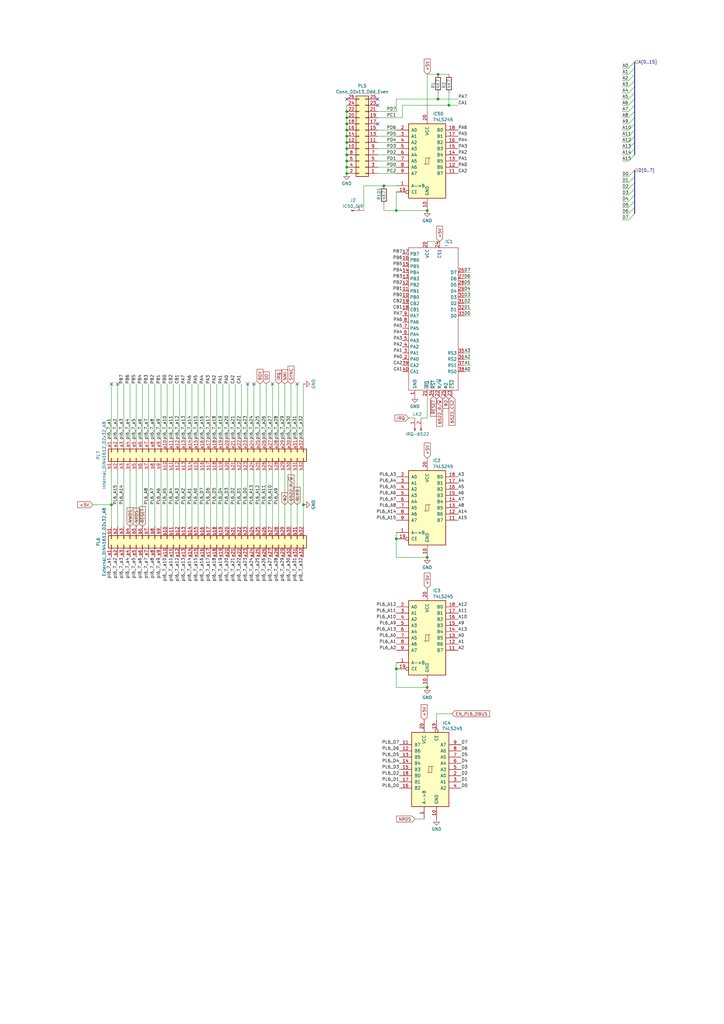
<source format=kicad_sch>
(kicad_sch (version 20231120) (generator "eeschema") (generator_version "8.0")
  (paper "A3" portrait)
  (lib_symbols
    (symbol "74LS245_1" (pin_names (offset 1.016))
      (property "Reference" "U" (at -7.62 16.51 0))
      (property "Value" "74LS245" (at -7.62 -16.51 0))
      (symbol "74LS245_1_1_0"
        (pin input line (at -12.7 -10.16 0) (length 5.08) (name "A->B") (number "1"))
        (pin power_in line (at 0 -20.32 90) (length 5.08) (name "GND") (number "10"))
        (pin tri_state line (at 12.7 -5.08 180) (length 5.08) (name "B7") (number "11"))
        (pin tri_state line (at 12.7 -2.54 180) (length 5.08) (name "B6") (number "12"))
        (pin tri_state line (at 12.7 0 180) (length 5.08) (name "B5") (number "13"))
        (pin tri_state line (at 12.7 2.54 180) (length 5.08) (name "B4") (number "14"))
        (pin tri_state line (at 12.7 5.08 180) (length 5.08) (name "B3") (number "15"))
        (pin tri_state line (at 12.7 7.62 180) (length 5.08) (name "B2") (number "16"))
        (pin tri_state line (at 12.7 10.16 180) (length 5.08) (name "B1") (number "17"))
        (pin tri_state line (at 12.7 12.7 180) (length 5.08) (name "B0") (number "18"))
        (pin input inverted (at -12.7 -12.7 0) (length 5.08) (name "CE") (number "19"))
        (pin tri_state line (at -12.7 12.7 0) (length 5.08) (name "A0") (number "2"))
        (pin power_in line (at 0 20.32 270) (length 5.08) (name "VCC") (number "20"))
        (pin tri_state line (at -12.7 10.16 0) (length 5.08) (name "A1") (number "3"))
        (pin tri_state line (at -12.7 7.62 0) (length 5.08) (name "A2") (number "4"))
        (pin tri_state line (at -12.7 5.08 0) (length 5.08) (name "A3") (number "5"))
        (pin tri_state line (at -12.7 2.54 0) (length 5.08) (name "A4") (number "6"))
        (pin tri_state line (at -12.7 0 0) (length 5.08) (name "A5") (number "7"))
        (pin tri_state line (at -12.7 -2.54 0) (length 5.08) (name "A6") (number "8"))
        (pin tri_state line (at -12.7 -5.08 0) (length 5.08) (name "A7") (number "9"))
      )
    )
    (symbol "74xx:74LS245" (pin_names (offset 1.016))
      (property "Reference" "I?" (at 5.08 19.05 0))
      (property "Value" "74LS245" (at 5.08 13.97 0))
      (symbol "74LS245_1_0"
        (pin input line (at -2.54 -20.32 90) (length 5.08) (name "A->B") (number "1"))
        (pin power_in line (at 2.54 -20.32 90) (length 5.08) (name "GND") (number "10"))
        (pin tri_state line (at -12.7 10.16 0) (length 5.08) (name "B7") (number "11"))
        (pin tri_state line (at -12.7 7.62 0) (length 5.08) (name "B6") (number "12"))
        (pin tri_state line (at -12.7 5.08 0) (length 5.08) (name "B5") (number "13"))
        (pin tri_state line (at -12.7 2.54 0) (length 5.08) (name "B4") (number "14"))
        (pin tri_state line (at -12.7 0 0) (length 5.08) (name "B3") (number "15"))
        (pin tri_state line (at -12.7 -7.62 0) (length 5.08) (name "B2") (number "16"))
        (pin tri_state line (at -12.7 -5.08 0) (length 5.08) (name "B1") (number "17"))
        (pin tri_state line (at -12.7 -2.54 0) (length 5.08) (name "B0") (number "18"))
        (pin input inverted (at 2.54 20.32 270) (length 5.08) (name "CE") (number "19"))
        (pin tri_state line (at 12.7 -2.54 180) (length 5.08) (name "A0") (number "2"))
        (pin power_in line (at -2.54 20.32 270) (length 5.08) (name "VCC") (number "20"))
        (pin tri_state line (at 12.7 -5.08 180) (length 5.08) (name "A1") (number "3"))
        (pin tri_state line (at 12.7 -7.62 180) (length 5.08) (name "A2") (number "4"))
        (pin tri_state line (at 12.7 0 180) (length 5.08) (name "A3") (number "5"))
        (pin tri_state line (at 12.7 2.54 180) (length 5.08) (name "A4") (number "6"))
        (pin tri_state line (at 12.7 5.08 180) (length 5.08) (name "A5") (number "7"))
        (pin tri_state line (at 12.7 7.62 180) (length 5.08) (name "A6") (number "8"))
        (pin tri_state line (at 12.7 10.16 180) (length 5.08) (name "A7") (number "9"))
      )
    )
    (symbol "Connector:Conn_01x01_Pin" (pin_names (offset 1.016) hide)
      (property "Reference" "J" (at 0 2.54 0))
      (property "Value" "Conn_01x01_Pin" (at 0 -2.54 0))
      (symbol "Conn_01x01_Pin_1_1"
        (pin passive line (at 5.08 0 180) (length 3.81) (name "Pin_1") (number "1"))
      )
    )
    (symbol "Connector:Conn_01x02_Pin" (pin_names (offset 1.016) hide)
      (property "Reference" "J" (at 0 2.54 0))
      (property "Value" "Conn_01x02_Pin" (at 0 -5.08 0))
      (symbol "Conn_01x02_Pin_1_1"
        (pin passive line (at 5.08 0 180) (length 3.81) (name "Pin_1") (number "1"))
        (pin passive line (at 5.08 -2.54 180) (length 3.81) (name "Pin_2") (number "2"))
      )
    )
    (symbol "Connector:DIN41612_02x32_AB" (pin_names (offset 1.016) hide)
      (property "Reference" "J" (at 1.27 40.64 0))
      (property "Value" "DIN41612_02x32_AB" (at 1.27 -43.18 0))
      (symbol "DIN41612_02x32_AB_1_1"
        (pin passive line (at -5.08 38.1 0) (length 3.81) (name "Pin_a1") (number "a1"))
        (pin passive line (at -5.08 15.24 0) (length 3.81) (name "Pin_a10") (number "a10"))
        (pin passive line (at -5.08 12.7 0) (length 3.81) (name "Pin_a11") (number "a11"))
        (pin passive line (at -5.08 10.16 0) (length 3.81) (name "Pin_a12") (number "a12"))
        (pin passive line (at -5.08 7.62 0) (length 3.81) (name "Pin_a13") (number "a13"))
        (pin passive line (at -5.08 5.08 0) (length 3.81) (name "Pin_a14") (number "a14"))
        (pin passive line (at -5.08 2.54 0) (length 3.81) (name "Pin_a15") (number "a15"))
        (pin passive line (at -5.08 0 0) (length 3.81) (name "Pin_a16") (number "a16"))
        (pin passive line (at -5.08 -2.54 0) (length 3.81) (name "Pin_a17") (number "a17"))
        (pin passive line (at -5.08 -5.08 0) (length 3.81) (name "Pin_a18") (number "a18"))
        (pin passive line (at -5.08 -7.62 0) (length 3.81) (name "Pin_a19") (number "a19"))
        (pin passive line (at -5.08 35.56 0) (length 3.81) (name "Pin_a2") (number "a2"))
        (pin passive line (at -5.08 -10.16 0) (length 3.81) (name "Pin_a20") (number "a20"))
        (pin passive line (at -5.08 -12.7 0) (length 3.81) (name "Pin_a21") (number "a21"))
        (pin passive line (at -5.08 -15.24 0) (length 3.81) (name "Pin_a22") (number "a22"))
        (pin passive line (at -5.08 -17.78 0) (length 3.81) (name "Pin_a23") (number "a23"))
        (pin passive line (at -5.08 -20.32 0) (length 3.81) (name "Pin_a24") (number "a24"))
        (pin passive line (at -5.08 -22.86 0) (length 3.81) (name "Pin_a25") (number "a25"))
        (pin passive line (at -5.08 -25.4 0) (length 3.81) (name "Pin_a26") (number "a26"))
        (pin passive line (at -5.08 -27.94 0) (length 3.81) (name "Pin_a27") (number "a27"))
        (pin passive line (at -5.08 -30.48 0) (length 3.81) (name "Pin_a28") (number "a28"))
        (pin passive line (at -5.08 -33.02 0) (length 3.81) (name "Pin_a29") (number "a29"))
        (pin passive line (at -5.08 33.02 0) (length 3.81) (name "Pin_a3") (number "a3"))
        (pin passive line (at -5.08 -35.56 0) (length 3.81) (name "Pin_a30") (number "a30"))
        (pin passive line (at -5.08 -38.1 0) (length 3.81) (name "Pin_a31") (number "a31"))
        (pin passive line (at -5.08 -40.64 0) (length 3.81) (name "Pin_a32") (number "a32"))
        (pin passive line (at -5.08 30.48 0) (length 3.81) (name "Pin_a4") (number "a4"))
        (pin passive line (at -5.08 27.94 0) (length 3.81) (name "Pin_a5") (number "a5"))
        (pin passive line (at -5.08 25.4 0) (length 3.81) (name "Pin_a6") (number "a6"))
        (pin passive line (at -5.08 22.86 0) (length 3.81) (name "Pin_a7") (number "a7"))
        (pin passive line (at -5.08 20.32 0) (length 3.81) (name "Pin_a8") (number "a8"))
        (pin passive line (at -5.08 17.78 0) (length 3.81) (name "Pin_a9") (number "a9"))
        (pin passive line (at 7.62 38.1 180) (length 3.81) (name "Pin_b1") (number "b1"))
        (pin passive line (at 7.62 15.24 180) (length 3.81) (name "Pin_b10") (number "b10"))
        (pin passive line (at 7.62 12.7 180) (length 3.81) (name "Pin_b11") (number "b11"))
        (pin passive line (at 7.62 10.16 180) (length 3.81) (name "Pin_b12") (number "b12"))
        (pin passive line (at 7.62 7.62 180) (length 3.81) (name "Pin_b13") (number "b13"))
        (pin passive line (at 7.62 5.08 180) (length 3.81) (name "Pin_b14") (number "b14"))
        (pin passive line (at 7.62 2.54 180) (length 3.81) (name "Pin_b15") (number "b15"))
        (pin passive line (at 7.62 0 180) (length 3.81) (name "Pin_b16") (number "b16"))
        (pin passive line (at 7.62 -2.54 180) (length 3.81) (name "Pin_b17") (number "b17"))
        (pin passive line (at 7.62 -5.08 180) (length 3.81) (name "Pin_b18") (number "b18"))
        (pin passive line (at 7.62 -7.62 180) (length 3.81) (name "Pin_b19") (number "b19"))
        (pin passive line (at 7.62 35.56 180) (length 3.81) (name "Pin_b2") (number "b2"))
        (pin passive line (at 7.62 -10.16 180) (length 3.81) (name "Pin_b20") (number "b20"))
        (pin passive line (at 7.62 -12.7 180) (length 3.81) (name "Pin_b21") (number "b21"))
        (pin passive line (at 7.62 -15.24 180) (length 3.81) (name "Pin_b22") (number "b22"))
        (pin passive line (at 7.62 -17.78 180) (length 3.81) (name "Pin_b23") (number "b23"))
        (pin passive line (at 7.62 -20.32 180) (length 3.81) (name "Pin_b24") (number "b24"))
        (pin passive line (at 7.62 -22.86 180) (length 3.81) (name "Pin_b25") (number "b25"))
        (pin passive line (at 7.62 -25.4 180) (length 3.81) (name "Pin_b26") (number "b26"))
        (pin passive line (at 7.62 -27.94 180) (length 3.81) (name "Pin_b27") (number "b27"))
        (pin passive line (at 7.62 -30.48 180) (length 3.81) (name "Pin_b28") (number "b28"))
        (pin passive line (at 7.62 -33.02 180) (length 3.81) (name "Pin_b29") (number "b29"))
        (pin passive line (at 7.62 33.02 180) (length 3.81) (name "Pin_b3") (number "b3"))
        (pin passive line (at 7.62 -35.56 180) (length 3.81) (name "Pin_b30") (number "b30"))
        (pin passive line (at 7.62 -38.1 180) (length 3.81) (name "Pin_b31") (number "b31"))
        (pin passive line (at 7.62 -40.64 180) (length 3.81) (name "Pin_b32") (number "b32"))
        (pin passive line (at 7.62 30.48 180) (length 3.81) (name "Pin_b4") (number "b4"))
        (pin passive line (at 7.62 27.94 180) (length 3.81) (name "Pin_b5") (number "b5"))
        (pin passive line (at 7.62 25.4 180) (length 3.81) (name "Pin_b6") (number "b6"))
        (pin passive line (at 7.62 22.86 180) (length 3.81) (name "Pin_b7") (number "b7"))
        (pin passive line (at 7.62 20.32 180) (length 3.81) (name "Pin_b8") (number "b8"))
        (pin passive line (at 7.62 17.78 180) (length 3.81) (name "Pin_b9") (number "b9"))
      )
    )
    (symbol "Connector_Generic:Conn_02x13_Odd_Even" (pin_names (offset 1.016) hide)
      (property "Reference" "J" (at 1.27 17.78 0))
      (property "Value" "Conn_02x13_Odd_Even" (at 1.27 -17.78 0))
      (symbol "Conn_02x13_Odd_Even_1_1"
        (pin passive line (at -5.08 15.24 0) (length 3.81) (name "Pin_1") (number "1"))
        (pin passive line (at 7.62 5.08 180) (length 3.81) (name "Pin_10") (number "10"))
        (pin passive line (at -5.08 2.54 0) (length 3.81) (name "Pin_11") (number "11"))
        (pin passive line (at 7.62 2.54 180) (length 3.81) (name "Pin_12") (number "12"))
        (pin passive line (at -5.08 0 0) (length 3.81) (name "Pin_13") (number "13"))
        (pin passive line (at 7.62 0 180) (length 3.81) (name "Pin_14") (number "14"))
        (pin passive line (at -5.08 -2.54 0) (length 3.81) (name "Pin_15") (number "15"))
        (pin passive line (at 7.62 -2.54 180) (length 3.81) (name "Pin_16") (number "16"))
        (pin passive line (at -5.08 -5.08 0) (length 3.81) (name "Pin_17") (number "17"))
        (pin passive line (at 7.62 -5.08 180) (length 3.81) (name "Pin_18") (number "18"))
        (pin passive line (at -5.08 -7.62 0) (length 3.81) (name "Pin_19") (number "19"))
        (pin passive line (at 7.62 15.24 180) (length 3.81) (name "Pin_2") (number "2"))
        (pin passive line (at 7.62 -7.62 180) (length 3.81) (name "Pin_20") (number "20"))
        (pin passive line (at -5.08 -10.16 0) (length 3.81) (name "Pin_21") (number "21"))
        (pin passive line (at 7.62 -10.16 180) (length 3.81) (name "Pin_22") (number "22"))
        (pin passive line (at -5.08 -12.7 0) (length 3.81) (name "Pin_23") (number "23"))
        (pin passive line (at 7.62 -12.7 180) (length 3.81) (name "Pin_24") (number "24"))
        (pin passive line (at -5.08 -15.24 0) (length 3.81) (name "Pin_25") (number "25"))
        (pin passive line (at 7.62 -15.24 180) (length 3.81) (name "Pin_26") (number "26"))
        (pin passive line (at -5.08 12.7 0) (length 3.81) (name "Pin_3") (number "3"))
        (pin passive line (at 7.62 12.7 180) (length 3.81) (name "Pin_4") (number "4"))
        (pin passive line (at -5.08 10.16 0) (length 3.81) (name "Pin_5") (number "5"))
        (pin passive line (at 7.62 10.16 180) (length 3.81) (name "Pin_6") (number "6"))
        (pin passive line (at -5.08 7.62 0) (length 3.81) (name "Pin_7") (number "7"))
        (pin passive line (at 7.62 7.62 180) (length 3.81) (name "Pin_8") (number "8"))
        (pin passive line (at -5.08 5.08 0) (length 3.81) (name "Pin_9") (number "9"))
      )
    )
    (symbol "Device:R" (pin_numbers hide) (pin_names (offset 0))
      (property "Reference" "R" (at 2.032 0 90))
      (property "Value" "R" (at 0 0 90))
      (symbol "R_1_1"
        (pin passive line (at 0 3.81 270) (length 1.27) (name "~") (number "1"))
        (pin passive line (at 0 -3.81 90) (length 1.27) (name "~") (number "2"))
      )
    )
    (symbol "John Atom Components:6522_Atom"
      (property "Reference" "IC" (at 0 0 0))
      (symbol "6522_Atom_1_1"
        (pin power_in line (at -7.62 -35.56 90) (length 2.54) (name "GND") (number "1"))
        (pin bidirectional line (at -12.7 5.08 0) (length 2.54) (name "PB0") (number "10"))
        (pin bidirectional line (at -12.7 7.62 0) (length 2.54) (name "PB1") (number "11"))
        (pin bidirectional line (at -12.7 10.16 0) (length 2.54) (name "PB2") (number "12"))
        (pin bidirectional line (at -12.7 12.7 0) (length 2.54) (name "PB3") (number "13"))
        (pin bidirectional line (at -12.7 15.24 0) (length 2.54) (name "PB4") (number "14"))
        (pin bidirectional line (at -12.7 17.78 0) (length 2.54) (name "PB5") (number "15"))
        (pin bidirectional line (at -12.7 20.32 0) (length 2.54) (name "PB6") (number "16"))
        (pin bidirectional line (at -12.7 22.86 0) (length 2.54) (name "PB7") (number "17"))
        (pin bidirectional line (at -12.7 0 0) (length 2.54) (name "CB1") (number "18"))
        (pin bidirectional line (at -12.7 2.54 0) (length 2.54) (name "CB2") (number "19"))
        (pin bidirectional line (at -12.7 -20.32 0) (length 2.54) (name "PA0") (number "2"))
        (pin power_in line (at -2.54 27.94 270) (length 2.54) (name "VCC") (number "20"))
        (pin input line (at -2.54 -35.56 90) (length 2.54) (name "~{IRQ}") (number "21"))
        (pin input line (at 2.54 -35.56 90) (length 2.54) (name "R/~{W}") (number "22"))
        (pin input line (at 7.62 -35.56 90) (length 2.54) (name "~{CS2}") (number "23"))
        (pin power_in line (at 2.54 27.94 270) (length 2.54) (name "CS1") (number "24"))
        (pin input line (at 5.08 -35.56 90) (length 2.54) (name "Φ2") (number "25"))
        (pin bidirectional line (at 12.7 15.24 180) (length 2.54) (name "D7") (number "26"))
        (pin bidirectional line (at 12.7 12.7 180) (length 2.54) (name "D6") (number "27"))
        (pin bidirectional line (at 12.7 10.16 180) (length 2.54) (name "D5") (number "28"))
        (pin bidirectional line (at 12.7 7.62 180) (length 2.54) (name "D4") (number "29"))
        (pin bidirectional line (at -12.7 -17.78 0) (length 2.54) (name "PA1") (number "3"))
        (pin bidirectional line (at 12.7 5.08 180) (length 2.54) (name "D3") (number "30"))
        (pin bidirectional line (at 12.7 2.54 180) (length 2.54) (name "D2") (number "31"))
        (pin bidirectional line (at 12.7 0 180) (length 2.54) (name "D1") (number "32"))
        (pin bidirectional line (at 12.7 -2.54 180) (length 2.54) (name "D0") (number "33"))
        (pin input line (at 0 -35.56 90) (length 2.54) (name "~{RST}") (number "34"))
        (pin input line (at 12.7 -17.78 180) (length 2.54) (name "RS3") (number "35"))
        (pin input line (at 12.7 -20.32 180) (length 2.54) (name "RS2") (number "36"))
        (pin input line (at 12.7 -22.86 180) (length 2.54) (name "RS1") (number "37"))
        (pin input line (at 12.7 -25.4 180) (length 2.54) (name "RS0") (number "38"))
        (pin bidirectional line (at -12.7 -22.86 0) (length 2.54) (name "CA2") (number "39"))
        (pin bidirectional line (at -12.7 -15.24 0) (length 2.54) (name "PA2") (number "4"))
        (pin bidirectional line (at -12.7 -25.4 0) (length 2.54) (name "CA1") (number "40"))
        (pin bidirectional line (at -12.7 -12.7 0) (length 2.54) (name "PA3") (number "5"))
        (pin bidirectional line (at -12.7 -10.16 0) (length 2.54) (name "PA4") (number "6"))
        (pin bidirectional line (at -12.7 -7.62 0) (length 2.54) (name "PA5") (number "7"))
        (pin bidirectional line (at -12.7 -5.08 0) (length 2.54) (name "PA6") (number "8"))
        (pin bidirectional line (at -12.7 -2.54 0) (length 2.54) (name "PA7") (number "9"))
      )
    )
    (symbol "power:GND" (power) (pin_numbers hide) (pin_names (offset 0) hide)
      (property "Value" "GND" (at 0 -3.81 0))
      (symbol "GND_1_1"
        (pin power_in line (at 0 0 270) (length 0) (name "~") (number "1"))
      )
    )
  )
  (junction (at 142.24 55.88))
  (junction (at 142.24 48.26))
  (junction (at 142.24 71.12))
  (junction (at 179.705 30.48))
  (junction (at 142.24 53.34))
  (junction (at 157.48 76.2))
  (junction (at 142.24 45.72))
  (junction (at 184.15 43.18))
  (junction (at 142.24 63.5))
  (junction (at 162.56 274.32))
  (junction (at 162.56 86.36))
  (junction (at 179.705 40.64))
  (junction (at 175.26 281.94))
  (junction (at 175.26 228.6))
  (junction (at 142.24 68.58))
  (junction (at 175.26 86.36))
  (junction (at 142.24 58.42))
  (junction (at 162.56 220.98))
  (junction (at 142.24 50.8))
  (junction (at 142.24 60.96))
  (junction (at 142.24 66.04))
  (junction (at 124.46 207.01))
  (junction (at 45.72 207.01))
  (no_connect (at 48.26 157.48))
  (no_connect (at 111.76 157.48))
  (no_connect (at 154.94 40.64))
  (no_connect (at 104.14 157.48))
  (no_connect (at 121.92 157.48))
  (no_connect (at 45.72 157.48))
  (no_connect (at 142.24 40.64))
  (no_connect (at 101.6 157.48))
  (no_connect (at 154.94 50.8))
  (no_connect (at 154.94 43.18))
  (bus_entry (at 260.35 60.96) (size -2.54 2.54))
  (bus_entry (at 260.35 48.26) (size -2.54 2.54))
  (bus_entry (at 260.35 77.47) (size -2.54 2.54))
  (bus_entry (at 260.35 82.55) (size -2.54 2.54))
  (bus_entry (at 260.35 45.72) (size -2.54 2.54))
  (bus_entry (at 260.35 27.94) (size -2.54 2.54))
  (bus_entry (at 260.35 50.8) (size -2.54 2.54))
  (bus_entry (at 260.35 69.85) (size -2.54 2.54))
  (bus_entry (at 260.35 72.39) (size -2.54 2.54))
  (bus_entry (at 260.35 85.09) (size -2.54 2.54))
  (bus_entry (at 260.35 55.88) (size -2.54 2.54))
  (bus_entry (at 260.35 53.34) (size -2.54 2.54))
  (bus_entry (at 260.35 80.01) (size -2.54 2.54))
  (bus_entry (at 260.35 25.4) (size -2.54 2.54))
  (bus_entry (at 260.35 30.48) (size -2.54 2.54))
  (bus_entry (at 260.35 63.5) (size -2.54 2.54))
  (bus_entry (at 260.35 43.18) (size -2.54 2.54))
  (bus_entry (at 260.35 38.1) (size -2.54 2.54))
  (bus_entry (at 260.35 40.64) (size -2.54 2.54))
  (bus_entry (at 260.35 87.63) (size -2.54 2.54))
  (bus_entry (at 260.35 58.42) (size -2.54 2.54))
  (bus_entry (at 260.35 74.93) (size -2.54 2.54))
  (bus_entry (at 260.35 35.56) (size -2.54 2.54))
  (bus_entry (at 260.35 33.02) (size -2.54 2.54))
  (wire (pts (xy 93.98 180.34) (xy 93.98 157.48)))
  (wire (pts (xy 73.66 215.9) (xy 73.66 193.04)))
  (wire (pts (xy 124.46 180.34) (xy 124.46 157.48)))
  (wire (pts (xy 154.94 63.5) (xy 162.56 63.5)))
  (wire (pts (xy 121.92 215.9) (xy 121.92 193.04)))
  (wire (pts (xy 179.705 30.48) (xy 184.15 30.48)))
  (wire (pts (xy 142.24 48.26) (xy 142.24 50.8)))
  (wire (pts (xy 63.5 180.34) (xy 63.5 157.48)))
  (wire (pts (xy 124.46 215.9) (xy 124.46 207.01)))
  (wire (pts (xy 142.24 45.72) (xy 142.24 48.26)))
  (wire (pts (xy 93.98 215.9) (xy 93.98 193.04)))
  (wire (pts (xy 257.81 90.17) (xy 255.27 90.17)))
  (wire (pts (xy 190.5 149.86) (xy 193.04 149.86)))
  (wire (pts (xy 154.94 58.42) (xy 162.56 58.42)))
  (wire (pts (xy 71.12 180.34) (xy 71.12 157.48)))
  (bus (pts (xy 260.35 43.18) (xy 260.35 40.64)))
  (wire (pts (xy 172.72 171.45) (xy 175.26 171.45)))
  (wire (pts (xy 190.5 127) (xy 193.04 127)))
  (wire (pts (xy 257.81 45.72) (xy 255.27 45.72)))
  (wire (pts (xy 179.07 292.735) (xy 185.42 292.735)))
  (wire (pts (xy 257.81 43.18) (xy 255.27 43.18)))
  (wire (pts (xy 91.44 215.9) (xy 91.44 193.04)))
  (wire (pts (xy 179.705 40.64) (xy 187.96 40.64)))
  (wire (pts (xy 165.1 48.26) (xy 165.1 43.18)))
  (wire (pts (xy 257.81 35.56) (xy 255.27 35.56)))
  (wire (pts (xy 142.24 50.8) (xy 142.24 53.34)))
  (wire (pts (xy 66.04 180.34) (xy 66.04 157.48)))
  (bus (pts (xy 260.35 30.48) (xy 260.35 27.94)))
  (wire (pts (xy 60.96 180.34) (xy 60.96 157.48)))
  (wire (pts (xy 114.3 180.34) (xy 114.3 157.48)))
  (wire (pts (xy 154.94 66.04) (xy 162.56 66.04)))
  (wire (pts (xy 257.81 38.1) (xy 255.27 38.1)))
  (wire (pts (xy 88.9 215.9) (xy 88.9 193.04)))
  (wire (pts (xy 121.92 180.34) (xy 121.92 157.48)))
  (wire (pts (xy 101.6 180.34) (xy 101.6 157.48)))
  (wire (pts (xy 154.94 55.88) (xy 162.56 55.88)))
  (wire (pts (xy 257.81 58.42) (xy 255.27 58.42)))
  (bus (pts (xy 260.35 45.72) (xy 260.35 43.18)))
  (wire (pts (xy 190.5 124.46) (xy 193.04 124.46)))
  (wire (pts (xy 162.56 78.74) (xy 162.56 86.36)))
  (wire (pts (xy 114.3 215.9) (xy 114.3 193.04)))
  (wire (pts (xy 142.24 66.04) (xy 142.24 68.58)))
  (wire (pts (xy 184.15 43.18) (xy 187.96 43.18)))
  (wire (pts (xy 106.68 180.34) (xy 106.68 157.48)))
  (wire (pts (xy 111.76 180.34) (xy 111.76 157.48)))
  (wire (pts (xy 257.81 82.55) (xy 255.27 82.55)))
  (wire (pts (xy 78.74 180.34) (xy 78.74 157.48)))
  (wire (pts (xy 162.56 86.36) (xy 175.26 86.36)))
  (wire (pts (xy 157.48 86.36) (xy 162.56 86.36)))
  (wire (pts (xy 190.5 114.3) (xy 193.04 114.3)))
  (wire (pts (xy 179.705 30.48) (xy 175.26 30.48)))
  (wire (pts (xy 154.94 45.72) (xy 162.56 45.72)))
  (wire (pts (xy 101.6 215.9) (xy 101.6 193.04)))
  (bus (pts (xy 260.35 85.09) (xy 260.35 82.55)))
  (wire (pts (xy 81.28 215.9) (xy 81.28 193.04)))
  (wire (pts (xy 119.38 215.9) (xy 119.38 193.04)))
  (wire (pts (xy 154.94 68.58) (xy 162.56 68.58)))
  (wire (pts (xy 78.74 215.9) (xy 78.74 193.04)))
  (wire (pts (xy 38.1 207.01) (xy 45.72 207.01)))
  (wire (pts (xy 83.82 215.9) (xy 83.82 193.04)))
  (wire (pts (xy 162.56 228.6) (xy 175.26 228.6)))
  (wire (pts (xy 149.225 86.36) (xy 149.225 76.2)))
  (wire (pts (xy 162.56 274.32) (xy 162.56 281.94)))
  (wire (pts (xy 190.5 121.92) (xy 193.04 121.92)))
  (bus (pts (xy 260.35 35.56) (xy 260.35 33.02)))
  (wire (pts (xy 50.8 180.34) (xy 50.8 157.48)))
  (bus (pts (xy 260.35 38.1) (xy 260.35 35.56)))
  (bus (pts (xy 260.35 33.02) (xy 260.35 30.48)))
  (wire (pts (xy 119.38 180.34) (xy 119.38 157.48)))
  (wire (pts (xy 142.24 63.5) (xy 142.24 66.04)))
  (bus (pts (xy 260.35 53.34) (xy 260.35 50.8)))
  (bus (pts (xy 260.35 74.93) (xy 260.35 72.39)))
  (wire (pts (xy 45.72 207.01) (xy 45.72 193.04)))
  (bus (pts (xy 260.35 87.63) (xy 260.35 85.09)))
  (bus (pts (xy 260.35 50.8) (xy 260.35 48.26)))
  (wire (pts (xy 257.81 50.8) (xy 255.27 50.8)))
  (wire (pts (xy 106.68 215.9) (xy 106.68 193.04)))
  (wire (pts (xy 81.28 180.34) (xy 81.28 157.48)))
  (wire (pts (xy 86.36 215.9) (xy 86.36 193.04)))
  (wire (pts (xy 142.24 68.58) (xy 142.24 71.12)))
  (wire (pts (xy 48.26 215.9) (xy 48.26 193.04)))
  (wire (pts (xy 257.81 48.26) (xy 255.27 48.26)))
  (wire (pts (xy 55.88 215.9) (xy 55.88 193.04)))
  (wire (pts (xy 162.56 271.78) (xy 162.56 274.32)))
  (wire (pts (xy 257.81 55.88) (xy 255.27 55.88)))
  (wire (pts (xy 86.36 180.34) (xy 86.36 157.48)))
  (wire (pts (xy 154.94 60.96) (xy 162.56 60.96)))
  (bus (pts (xy 260.35 72.39) (xy 260.35 69.85)))
  (wire (pts (xy 109.22 180.34) (xy 109.22 157.48)))
  (wire (pts (xy 257.81 63.5) (xy 255.27 63.5)))
  (wire (pts (xy 111.76 215.9) (xy 111.76 193.04)))
  (wire (pts (xy 142.24 53.34) (xy 142.24 55.88)))
  (wire (pts (xy 154.94 48.26) (xy 165.1 48.26)))
  (wire (pts (xy 154.94 53.34) (xy 162.56 53.34)))
  (wire (pts (xy 190.5 152.4) (xy 193.04 152.4)))
  (wire (pts (xy 66.04 215.9) (xy 66.04 193.04)))
  (bus (pts (xy 260.35 27.94) (xy 260.35 25.4)))
  (wire (pts (xy 96.52 215.9) (xy 96.52 193.04)))
  (bus (pts (xy 260.35 40.64) (xy 260.35 38.1)))
  (wire (pts (xy 142.24 60.96) (xy 142.24 63.5)))
  (wire (pts (xy 257.81 33.02) (xy 255.27 33.02)))
  (wire (pts (xy 116.84 180.34) (xy 116.84 157.48)))
  (wire (pts (xy 157.48 76.2) (xy 162.56 76.2)))
  (wire (pts (xy 184.15 38.1) (xy 184.15 43.18)))
  (wire (pts (xy 257.81 77.47) (xy 255.27 77.47)))
  (wire (pts (xy 116.84 215.9) (xy 116.84 193.04)))
  (wire (pts (xy 76.2 215.9) (xy 76.2 193.04)))
  (bus (pts (xy 260.35 77.47) (xy 260.35 74.93)))
  (wire (pts (xy 162.56 220.98) (xy 162.56 228.6)))
  (wire (pts (xy 257.81 40.64) (xy 255.27 40.64)))
  (bus (pts (xy 260.35 60.96) (xy 260.35 58.42)))
  (wire (pts (xy 165.1 43.18) (xy 184.15 43.18)))
  (wire (pts (xy 63.5 215.9) (xy 63.5 193.04)))
  (wire (pts (xy 162.56 281.94) (xy 175.26 281.94)))
  (wire (pts (xy 179.705 38.1) (xy 179.705 40.64)))
  (wire (pts (xy 104.14 180.34) (xy 104.14 157.48)))
  (wire (pts (xy 60.96 215.9) (xy 60.96 193.04)))
  (wire (pts (xy 50.8 215.9) (xy 50.8 193.04)))
  (wire (pts (xy 190.5 147.32) (xy 193.04 147.32)))
  (wire (pts (xy 190.5 119.38) (xy 193.04 119.38)))
  (wire (pts (xy 142.24 43.18) (xy 142.24 45.72)))
  (wire (pts (xy 48.26 180.34) (xy 48.26 157.48)))
  (wire (pts (xy 162.56 218.44) (xy 162.56 220.98)))
  (wire (pts (xy 142.24 58.42) (xy 142.24 60.96)))
  (wire (pts (xy 179.07 295.275) (xy 179.07 292.735)))
  (wire (pts (xy 45.72 180.34) (xy 45.72 157.48)))
  (bus (pts (xy 260.35 82.55) (xy 260.35 80.01)))
  (wire (pts (xy 257.81 53.34) (xy 255.27 53.34)))
  (bus (pts (xy 260.35 80.01) (xy 260.35 77.47)))
  (wire (pts (xy 257.81 66.04) (xy 255.27 66.04)))
  (wire (pts (xy 257.81 80.01) (xy 255.27 80.01)))
  (wire (pts (xy 53.34 215.9) (xy 53.34 193.04)))
  (wire (pts (xy 73.66 180.34) (xy 73.66 157.48)))
  (wire (pts (xy 149.225 76.2) (xy 157.48 76.2)))
  (wire (pts (xy 109.22 215.9) (xy 109.22 193.04)))
  (wire (pts (xy 257.81 27.94) (xy 255.27 27.94)))
  (wire (pts (xy 175.26 30.48) (xy 175.26 45.72)))
  (wire (pts (xy 257.81 30.48) (xy 255.27 30.48)))
  (wire (pts (xy 55.88 180.34) (xy 55.88 157.48)))
  (bus (pts (xy 260.35 58.42) (xy 260.35 55.88)))
  (wire (pts (xy 99.06 215.9) (xy 99.06 193.04)))
  (wire (pts (xy 175.26 99.06) (xy 180.34 99.06)))
  (wire (pts (xy 83.82 180.34) (xy 83.82 157.48)))
  (wire (pts (xy 58.42 215.9) (xy 58.42 193.04)))
  (wire (pts (xy 154.94 71.12) (xy 162.56 71.12)))
  (wire (pts (xy 88.9 180.34) (xy 88.9 157.48)))
  (wire (pts (xy 190.5 116.84) (xy 193.04 116.84)))
  (wire (pts (xy 167.64 171.45) (xy 170.18 171.45)))
  (wire (pts (xy 257.81 72.39) (xy 255.27 72.39)))
  (wire (pts (xy 68.58 215.9) (xy 68.58 193.04)))
  (wire (pts (xy 257.81 60.96) (xy 255.27 60.96)))
  (wire (pts (xy 175.26 171.45) (xy 175.26 162.56)))
  (wire (pts (xy 68.58 180.34) (xy 68.58 157.48)))
  (wire (pts (xy 190.5 129.54) (xy 193.04 129.54)))
  (wire (pts (xy 71.12 215.9) (xy 71.12 193.04)))
  (wire (pts (xy 91.44 180.34) (xy 91.44 157.48)))
  (wire (pts (xy 99.06 180.34) (xy 99.06 157.48)))
  (wire (pts (xy 257.81 85.09) (xy 255.27 85.09)))
  (bus (pts (xy 260.35 63.5) (xy 260.35 60.96)))
  (wire (pts (xy 190.5 111.76) (xy 193.04 111.76)))
  (wire (pts (xy 142.24 55.88) (xy 142.24 58.42)))
  (wire (pts (xy 96.52 180.34) (xy 96.52 157.48)))
  (wire (pts (xy 104.14 215.9) (xy 104.14 193.04)))
  (wire (pts (xy 45.72 215.9) (xy 45.72 207.01)))
  (wire (pts (xy 157.48 83.82) (xy 157.48 86.36)))
  (wire (pts (xy 257.81 74.93) (xy 255.27 74.93)))
  (wire (pts (xy 124.46 207.01) (xy 124.46 193.04)))
  (wire (pts (xy 162.56 40.64) (xy 179.705 40.64)))
  (wire (pts (xy 53.34 180.34) (xy 53.34 157.48)))
  (bus (pts (xy 260.35 55.88) (xy 260.35 53.34)))
  (wire (pts (xy 76.2 180.34) (xy 76.2 157.48)))
  (wire (pts (xy 257.81 87.63) (xy 255.27 87.63)))
  (wire (pts (xy 162.56 45.72) (xy 162.56 40.64)))
  (wire (pts (xy 58.42 180.34) (xy 58.42 157.48)))
  (bus (pts (xy 260.35 48.26) (xy 260.35 45.72)))
  (wire (pts (xy 190.5 144.78) (xy 193.04 144.78)))
  (wire (pts (xy 170.18 335.915) (xy 173.99 335.915)))
  (label "PC1" (at 162.56 48.26 180))
  (label "PB2" (at 63.5 157.48 90))
  (label "PL6_A10" (at 162.56 254 180))
  (label "PL6_A12" (at 162.56 248.92 180))
  (label "pl6_7_a27" (at 111.76 180.34 90))
  (label "PA7" (at 187.96 40.64 0))
  (label "pl6_7_a32" (at 124.46 228.6 270))
  (label "pl6_7_a13" (at 76.2 228.6 270))
  (label "PB6" (at 53.34 157.48 90))
  (label "PA4" (at 165.1 137.16 180))
  (label "A3" (at 187.96 195.58 0))
  (label "CA1" (at 99.06 157.48 90))
  (label "A14" (at 255.27 63.5 0))
  (label "pl6_7_a14" (at 78.74 228.6 270))
  (label "PB0" (at 165.1 121.92 180))
  (label "PL6_A14" (at 162.56 210.82 180))
  (label "pl6_7_a16" (at 83.82 228.6 270))
  (label "PB3" (at 60.96 157.48 90))
  (label "PA2" (at 88.9 157.48 90))
  (label "A3" (at 193.04 144.78 180))
  (label "PL6_D3" (at 93.98 207.01 90))
  (label "A13" (at 255.27 60.96 0))
  (label "pl6_7_a20" (at 93.98 228.6 270))
  (label "PL6_A4" (at 162.56 198.12 180))
  (label "PL6_D5" (at 163.83 310.515 180))
  (label "pl6_7_a24" (at 104.14 228.6 270))
  (label "pl6_7_a17" (at 86.36 180.34 90))
  (label "pl6_7_a26" (at 109.22 228.6 270))
  (label "pl6_7_a4" (at 53.34 228.6 270))
  (label "PL6_D6" (at 86.36 207.01 90))
  (label "PL6_A8" (at 60.96 207.01 90))
  (label "PA6" (at 78.74 157.48 90))
  (label "PB6" (at 165.1 106.68 180))
  (label "A11" (at 255.27 55.88 0))
  (label "PB1" (at 165.1 119.38 180))
  (label "PL6_A11" (at 162.56 251.46 180))
  (label "A7" (at 255.27 45.72 0))
  (label "pl6_7_a5" (at 55.88 228.6 270))
  (label "PL6_A8" (at 162.56 208.28 180))
  (label "pl6_7_a22" (at 99.06 180.34 90))
  (label "pl6_7_a1" (at 45.72 228.6 270))
  (label "D0" (at 255.27 72.39 0))
  (label "D6" (at 193.04 114.3 180))
  (label "A0" (at 193.04 152.4 180))
  (label "A10" (at 187.96 254 0))
  (label "D0" (at 189.23 323.215 0))
  (label "D2" (at 255.27 77.47 0))
  (label "pl6_7_a10" (at 68.58 180.34 90))
  (label "PA3" (at 187.96 60.96 0))
  (label "pl6_7_a18" (at 88.9 180.34 90))
  (label "PL6_A10" (at 111.76 207.01 90))
  (label "D1" (at 189.23 320.675 0))
  (label "CA2" (at 187.96 71.12 0))
  (label "PL6_D1" (at 99.06 207.01 90))
  (label "PB1" (at 66.04 157.48 90))
  (label "PL6_A5" (at 68.58 207.01 90))
  (label "PL6_A3" (at 162.56 195.58 180))
  (label "PL6_D2" (at 96.52 207.01 90))
  (label "D6" (at 255.27 87.63 0))
  (label "PB7" (at 50.8 157.48 90))
  (label "pl6_7_a29" (at 116.84 228.6 270))
  (label "pl6_7_a31" (at 121.92 228.6 270))
  (label "pl6_7_a26" (at 109.22 180.34 90))
  (label "D6" (at 189.23 307.975 0))
  (label "D5" (at 189.23 310.515 0))
  (label "PL6_A12" (at 106.68 207.01 90))
  (label "PB4" (at 58.42 157.48 90))
  (label "pl6_7_a15" (at 81.28 228.6 270))
  (label "pl6_7_a3" (at 50.8 180.34 90))
  (label "A10" (at 255.27 53.34 0))
  (label "PA4" (at 83.82 157.48 90))
  (label "pl6_7_a23" (at 101.6 228.6 270))
  (label "CA2" (at 96.52 157.48 90))
  (label "A8" (at 187.96 208.28 0))
  (label "PD3" (at 162.56 60.96 180))
  (label "D4" (at 255.27 82.55 0))
  (label "PD1" (at 162.56 66.04 180))
  (label "pl6_7_a12" (at 73.66 228.6 270))
  (label "PL6_D7" (at 163.83 305.435 180))
  (label "PA0" (at 93.98 157.48 90))
  (label "A5" (at 255.27 40.64 0))
  (label "pl6_7_a4" (at 53.34 180.34 90))
  (label "A3" (at 255.27 35.56 0))
  (label "D3" (at 193.04 121.92 180))
  (label "A15" (at 255.27 66.04 0))
  (label "PL6_A9" (at 114.3 207.01 90))
  (label "A9" (at 255.27 50.8 0))
  (label "A13" (at 187.96 259.08 0))
  (label "pl6_7_a14" (at 78.74 180.34 90))
  (label "PD4" (at 162.56 58.42 180))
  (label "pl6_7_a24" (at 104.14 180.34 90))
  (label "PL6_D1" (at 163.83 320.675 180))
  (label "pl6_7_a8" (at 63.5 180.34 90))
  (label "CA1" (at 165.1 152.4 180))
  (label "PL6_A0" (at 81.28 207.01 90))
  (label "A1" (at 193.04 149.86 180))
  (label "PD2" (at 162.56 63.5 180))
  (label "pl6_7_a1" (at 45.72 180.34 90))
  (label "pl6_7_a31" (at 121.92 180.34 90))
  (label "PA1" (at 91.44 157.48 90))
  (label "PL6_D4" (at 91.44 207.01 90))
  (label "PA7" (at 165.1 129.54 180))
  (label "PA0" (at 165.1 147.32 180))
  (label "PL6_A13" (at 162.56 259.08 180))
  (label "pl6_7_a23" (at 101.6 180.34 90))
  (label "PL6_A14" (at 50.8 207.01 90))
  (label "PL6_D6" (at 163.83 307.975 180))
  (label "PD6" (at 162.56 53.34 180))
  (label "CB2" (at 71.12 157.48 90))
  (label "PL6_A6" (at 162.56 203.2 180))
  (label "A7" (at 187.96 205.74 0))
  (label "PL6_D0" (at 101.6 207.01 90))
  (label "pl6_7_a19" (at 91.44 180.34 90))
  (label "A1" (at 255.27 30.48 0))
  (label "pl6_7_a25" (at 106.68 180.34 90))
  (label "PL6_A7" (at 63.5 207.01 90))
  (label "pl6_7_a21" (at 96.52 180.34 90))
  (label "PD7" (at 162.56 45.72 180))
  (label "PA5" (at 187.96 55.88 0))
  (label "D7" (at 189.23 305.435 0))
  (label "CB1" (at 165.1 127 180))
  (label "PL6_A1" (at 162.56 264.16 180))
  (label "pl6_7_a9" (at 66.04 228.6 270))
  (label "pl6_7_a21" (at 96.52 228.6 270))
  (label "pl6_7_a6" (at 58.42 180.34 90))
  (label "PL6_D4" (at 163.83 313.055 180))
  (label "pl6_7_a18" (at 88.9 228.6 270))
  (label "pl6_7_a30" (at 119.38 180.34 90))
  (label "PL6_A7" (at 162.56 205.74 180))
  (label "PL6_A15" (at 48.26 207.01 90))
  (label "CA2" (at 165.1 149.86 180))
  (label "PA5" (at 81.28 157.48 90))
  (label "D4" (at 193.04 119.38 180))
  (label "PL6_A13" (at 104.14 207.01 90))
  (label "A2" (at 255.27 33.02 0))
  (label "pl6_7_a15" (at 81.28 180.34 90))
  (label "pl6_7_a2" (at 48.26 180.34 90))
  (label "pl6_7_a10" (at 68.58 228.6 270))
  (label "pl6_7_a11" (at 71.12 228.6 270))
  (label "PL6_A4" (at 71.12 207.01 90))
  (label "D3" (at 255.27 80.01 0))
  (label "pl6_7_a22" (at 99.06 228.6 270))
  (label "PA4" (at 187.96 58.42 0))
  (label "PL6_A1" (at 78.74 207.01 90))
  (label "PL6_D3" (at 163.83 315.595 180))
  (label "pl6_7_a7" (at 60.96 228.6 270))
  (label "pl6_7_a29" (at 116.84 180.34 90))
  (label "D2" (at 189.23 318.135 0))
  (label "pl6_7_a13" (at 76.2 180.34 90))
  (label "A2" (at 187.96 266.7 0))
  (label "PL6_D5" (at 88.9 207.01 90))
  (label "A8" (at 255.27 48.26 0))
  (label "PL6_A0" (at 162.56 261.62 180))
  (label "PL6_D7" (at 83.82 207.01 90))
  (label "pl6_7_a19" (at 91.44 228.6 270))
  (label "A15" (at 187.96 213.36 0))
  (label "pl6_7_a2" (at 48.26 228.6 270))
  (label "D2" (at 193.04 124.46 180))
  (label "pl6_7_a27" (at 111.76 228.6 270))
  (label "PA0" (at 187.96 68.58 0))
  (label "D5" (at 193.04 116.84 180))
  (label "CB1" (at 73.66 157.48 90))
  (label "PB0" (at 68.58 157.48 90))
  (label "PB5" (at 55.88 157.48 90))
  (label "A0" (at 187.96 261.62 0))
  (label "pl6_7_a16" (at 83.82 180.34 90))
  (label "D1" (at 255.27 74.93 0))
  (label "PL6_A2" (at 162.56 266.7 180))
  (label "PA3" (at 165.1 139.7 180))
  (label "PL6_A9" (at 162.56 256.54 180))
  (label "pl6_7_a28" (at 114.3 180.34 90))
  (label "pl6_7_a8" (at 63.5 228.6 270))
  (label "A11" (at 187.96 251.46 0))
  (label "CB2" (at 165.1 124.46 180))
  (label "pl6_7_a32" (at 124.46 180.34 90))
  (label "D3" (at 189.23 315.595 0))
  (label "pl6_7_a30" (at 119.38 228.6 270))
  (label "A4" (at 187.96 198.12 0))
  (label "pl6_7_a25" (at 106.68 228.6 270))
  (label "A6" (at 187.96 203.2 0))
  (label "A12" (at 187.96 248.92 0))
  (label "pl6_7_a28" (at 114.3 228.6 270))
  (label "pl6_7_a20" (at 93.98 180.34 90))
  (label "PA7" (at 76.2 157.48 90))
  (label "A12" (at 255.27 58.42 0))
  (label "pl6_7_a11" (at 71.12 180.34 90))
  (label "pl6_7_a17" (at 86.36 228.6 270))
  (label "PL6_D2" (at 163.83 318.135 180))
  (label "PD5" (at 162.56 55.88 180))
  (label "PA1" (at 187.96 66.04 0))
  (label "pl6_7_a12" (at 73.66 180.34 90))
  (label "A1" (at 187.96 264.16 0))
  (label "A6" (at 255.27 43.18 0))
  (label "D0" (at 193.04 129.54 180))
  (label "PL6_A6" (at 66.04 207.01 90))
  (label "PB5" (at 165.1 109.22 180))
  (label "pl6_7_a6" (at 58.42 228.6 270))
  (label "D7" (at 193.04 111.76 180))
  (label "PA2" (at 187.96 63.5 0))
  (label "A4" (at 255.27 38.1 0))
  (label "PD0" (at 162.56 68.58 180))
  (label "PB3" (at 165.1 114.3 180))
  (label "pl6_7_a3" (at 50.8 228.6 270))
  (label "PL6_A2" (at 76.2 207.01 90))
  (label "PL6_D0" (at 163.83 323.215 180))
  (label "D7" (at 255.27 90.17 0))
  (label "CA1" (at 187.96 43.18 0))
  (label "PA3" (at 86.36 157.48 90))
  (label "PA2" (at 165.1 142.24 180))
  (label "pl6_7_a7" (at 60.96 180.34 90))
  (label "PB4" (at 165.1 111.76 180))
  (label "D1" (at 193.04 127 180))
  (label "PC2" (at 162.56 71.12 180))
  (label "A2" (at 193.04 147.32 180))
  (label "PA6" (at 165.1 132.08 180))
  (label "D4" (at 189.23 313.055 0))
  (label "PB2" (at 165.1 116.84 180))
  (label "A14" (at 187.96 210.82 0))
  (label "pl6_7_a5" (at 55.88 180.34 90))
  (label "PL6_A5" (at 162.56 200.66 180))
  (label "A5" (at 187.96 200.66 0))
  (label "PB7" (at 165.1 104.14 180))
  (label "A0" (at 255.27 27.94 0))
  (label "PA1" (at 165.1 144.78 180))
  (label "D5" (at 255.27 85.09 0))
  (label "A9" (at 187.96 256.54 0))
  (label "PA5" (at 165.1 134.62 180))
  (label "pl6_7_a9" (at 66.04 180.34 90))
  (label "PL6_A11" (at 109.22 207.01 90))
  (label "PL6_A3" (at 73.66 207.01 90))
  (label "PA6" (at 187.96 53.34 0))
  (label "PL6_A15" (at 162.56 213.36 180))
  (global_label "EN_PL6_DBUS" (shape input) (at 185.42 292.735 0) (property "Intersheetrefs" "${INTERSHEET_REFS}" (effects (hide yes))))
  (global_label "~{RESET}" (shape input) (at 58.42 215.9 90) (property "Intersheetrefs" "${INTERSHEET_REFS}" (effects (hide yes))))
  (global_label "SO" (shape input) (at 109.22 157.48 90) (property "Intersheetrefs" "${INTERSHEET_REFS}" (effects (hide yes))))
  (global_label "+5V" (shape input) (at 180.34 99.06 90) (property "Intersheetrefs" "${INTERSHEET_REFS}" (effects (hide yes))))
  (global_label "BLK0" (shape input) (at 121.92 207.01 90) (property "Intersheetrefs" "${INTERSHEET_REFS}" (effects (hide yes))))
  (global_label "NRDS" (shape input) (at 55.88 215.9 90) (property "Intersheetrefs" "${INTERSHEET_REFS}" (effects (hide yes))))
  (global_label "+5V" (shape input) (at 175.26 30.48 90) (property "Intersheetrefs" "${INTERSHEET_REFS}" (effects (hide yes))))
  (global_label "Φ2" (shape input) (at 116.84 207.01 90) (property "Intersheetrefs" "${INTERSHEET_REFS}" (effects (hide yes))))
  (global_label "NWDS" (shape input) (at 53.34 215.9 90) (property "Intersheetrefs" "${INTERSHEET_REFS}" (effects (hide yes))))
  (global_label "IRQ" (shape input) (at 114.3 157.48 90) (property "Intersheetrefs" "${INTERSHEET_REFS}" (effects (hide yes))))
  (global_label "6522_R{slash}~{W}" (shape input) (at 119.38 207.01 90) (property "Intersheetrefs" "${INTERSHEET_REFS}" (effects (hide yes))))
  (global_label "NRDS" (shape input) (at 170.18 335.915 180) (property "Intersheetrefs" "${INTERSHEET_REFS}" (effects (hide yes))))
  (global_label "+5V" (shape input) (at 173.99 295.275 90) (property "Intersheetrefs" "${INTERSHEET_REFS}" (effects (hide yes))))
  (global_label "Φ2" (shape input) (at 182.88 162.56 270) (property "Intersheetrefs" "${INTERSHEET_REFS}" (effects (hide yes))))
  (global_label "NMI" (shape input) (at 116.84 157.48 90) (property "Intersheetrefs" "${INTERSHEET_REFS}" (effects (hide yes))))
  (global_label "6522_CS2" (shape input) (at 185.42 162.56 270) (property "Intersheetrefs" "${INTERSHEET_REFS}" (effects (hide yes))))
  (global_label "~{RESET}" (shape input) (at 177.8 162.56 270) (property "Intersheetrefs" "${INTERSHEET_REFS}" (effects (hide yes))))
  (global_label "RDY" (shape input) (at 106.68 157.48 90) (property "Intersheetrefs" "${INTERSHEET_REFS}" (effects (hide yes))))
  (global_label "+5V" (shape input) (at 175.26 187.96 90) (property "Intersheetrefs" "${INTERSHEET_REFS}" (effects (hide yes))))
  (global_label "SYNC" (shape input) (at 119.38 157.48 90) (property "Intersheetrefs" "${INTERSHEET_REFS}" (effects (hide yes))))
  (global_label "+5V" (shape input) (at 175.26 241.3 90) (property "Intersheetrefs" "${INTERSHEET_REFS}" (effects (hide yes))))
  (global_label "+5V" (shape input) (at 38.1 207.01 180) (property "Intersheetrefs" "${INTERSHEET_REFS}" (effects (hide yes))))
  (global_label "IRQ" (shape input) (at 167.64 171.45 180) (property "Intersheetrefs" "${INTERSHEET_REFS}" (effects (hide yes))))
  (global_label "6522_R{slash}~{W}" (shape input) (at 180.34 162.56 270) (property "Intersheetrefs" "${INTERSHEET_REFS}" (effects (hide yes))))
  (hierarchical_label "D[0..7]" (shape input) (at 260.35 69.85 0))
  (hierarchical_label "A[0..15]" (shape input) (at 260.35 25.4 0))
  (symbol (lib_id "Connector:Conn_01x02_Pin") (at 170.18 176.53 90) (unit 1)
    (property "Reference" "LK2" (at 171.196 169.926 90))
    (property "Value" "IRQ-6522" (at 171.196 178.054 90))
    (property "Footprint" "Connector_PinHeader_2.54mm:PinHeader_1x02_P2.54mm_Vertical" (effects (hide yes)))
    (property "Description" "Generic connector, single row, 01x02, script generated" (effects (hide yes)))
  )
  (symbol (lib_id "power:GND") (at 124.46 207.01 90) (unit 1)
    (property "Reference" "#PWR071" (effects (hide yes)))
    (property "Value" "GND" (at 128.5931 207.01 0))
    (property "Description" "Power symbol creates a global label with name \"GND\" , ground" (effects (hide yes)))
  )
  (symbol (lib_id "Connector:DIN41612_02x32_AB") (at 83.82 185.42 90) (mirror x) (unit 1)
    (property "Reference" "PL7" (at 40.3055 186.69 0))
    (property "Value" "Internal_DIN41612_02x32_AB" (at 42.7298 186.69 0))
    (property "Footprint" "JW Footprints:DIN41612_B_2x32_Female_Vertical_THT" (effects (hide yes)))
    (property "Description" "DIN41612 connector, double row (AB), 02x32, script generated (kicad-library-utils/schlib/autogen/connector/)" (effects (hide yes)))
  )
  (symbol (lib_id "power:GND") (at 170.18 162.56 0) (unit 1)
    (property "Reference" "#PWR061" (effects (hide yes)))
    (property "Value" "GND" (at 170.18 166.6931 0))
    (property "Description" "Power symbol creates a global label with name \"GND\" , ground" (effects (hide yes)))
  )
  (symbol (lib_id "Device:R") (at 179.705 34.29 180) (unit 1)
    (property "Reference" "R1" (at 177.673 36.322 90) (effects (justify right)))
    (property "Value" "4K7" (at 179.705 36.322 90) (effects (justify right)))
    (property "Footprint" "Resistor_THT:R_Axial_DIN0204_L3.6mm_D1.6mm_P5.08mm_Horizontal" (effects (hide yes)))
    (property "Description" "Resistor" (effects (hide yes)))
    (property "Farnell" "https://uk.farnell.com/multicomp-pro/mccfr0w8j0472a20/carbon-film-resistor-4-7kohm-125mw/dp/1128937" (effects (hide yes)))
  )
  (symbol (lib_id "power:GND") (at 175.26 281.94 0) (unit 1)
    (property "Reference" "#PWR066" (effects (hide yes)))
    (property "Value" "GND" (at 175.26 286.0731 0))
    (property "Description" "Power symbol creates a global label with name \"GND\" , ground" (effects (hide yes)))
  )
  (symbol (lib_id "power:GND") (at 124.46 157.48 90) (unit 1)
    (property "Reference" "#PWR072" (effects (hide yes)))
    (property "Value" "GND" (at 128.5931 157.48 0))
    (property "Description" "Power symbol creates a global label with name \"GND\" , ground" (effects (hide yes)))
  )
  (symbol (lib_id "Connector_Generic:Conn_02x13_Odd_Even") (at 149.86 55.88 180) (unit 1)
    (property "Reference" "PL5" (at 148.59 35.2255 0))
    (property "Value" "Conn_02x13_Odd_Even" (at 148.59 37.6498 0))
    (property "Footprint" "Connector_IDC:IDC-Header_2x13_P2.54mm_Horizontal" (effects (hide yes)))
    (property "Description" "Generic connector, double row, 02x13, odd/even pin numbering scheme (row 1 odd numbers, row 2 even numbers), script generated (kicad-library-utils/schlib/autogen/connector/)" (effects (hide yes)))
  )
  (symbol (lib_id "Device:R") (at 157.48 80.01 180) (unit 1)
    (property "Reference" "R101" (at 155.448 82.042 90) (effects (justify right)))
    (property "Value" "4K7" (at 157.48 82.042 90) (effects (justify right)))
    (property "Footprint" "Resistor_THT:R_Axial_DIN0204_L3.6mm_D1.6mm_P5.08mm_Horizontal" (effects (hide yes)))
    (property "Description" "Resistor" (effects (hide yes)))
    (property "Farnell" "https://uk.farnell.com/multicomp-pro/mccfr0w8j0472a20/carbon-film-resistor-4-7kohm-125mw/dp/1128937" (effects (hide yes)))
  )
  (symbol (lib_id "Connector:Conn_01x01_Pin") (at 144.145 86.36 0) (unit 1)
    (property "Reference" "J2" (at 144.78 82.1393 0))
    (property "Value" "IC50_DIR" (at 144.78 84.5636 0))
    (property "Footprint" "Connector_PinHeader_1.00mm:PinHeader_1x01_P1.00mm_Vertical" (effects (hide yes)))
    (property "Description" "Generic connector, single row, 01x01, script generated" (effects (hide yes)))
  )
  (symbol (lib_id "power:GND") (at 142.24 71.12 0) (unit 1)
    (property "Reference" "#PWR073" (effects (hide yes)))
    (property "Value" "GND" (at 142.24 75.2531 0))
    (property "Description" "Power symbol creates a global label with name \"GND\" , ground" (effects (hide yes)))
  )
  (symbol (lib_id "Device:R") (at 184.15 34.29 180) (unit 1)
    (property "Reference" "R2" (at 182.118 36.322 90) (effects (justify right)))
    (property "Value" "4K7" (at 184.15 36.322 90) (effects (justify right)))
    (property "Footprint" "Resistor_THT:R_Axial_DIN0204_L3.6mm_D1.6mm_P5.08mm_Horizontal" (effects (hide yes)))
    (property "Description" "Resistor" (effects (hide yes)))
    (property "Farnell" "https://uk.farnell.com/multicomp-pro/mccfr0w8j0472a20/carbon-film-resistor-4-7kohm-125mw/dp/1128937" (effects (hide yes)))
  )
  (symbol (lib_name "74LS245_1") (lib_id "74xx:74LS245") (at 175.26 208.28 0) (unit 1)
    (property "Reference" "IC2" (at 177.4541 188.8955 0) (effects (justify left)))
    (property "Value" "74LS245" (at 177.4541 191.3198 0) (effects (justify left)))
    (property "Footprint" "Package_DIP:DIP-20_W7.62mm" (effects (hide yes)))
    (property "Datasheet" "http://www.ti.com/lit/gpn/sn74LS245" (effects (hide yes)))
    (property "Description" "Octal BUS Transceivers, 3-State outputs" (effects (hide yes)))
  )
  (symbol (lib_id "power:GND") (at 175.26 228.6 0) (unit 1)
    (property "Reference" "#PWR051" (effects (hide yes)))
    (property "Value" "GND" (at 175.26 232.7331 0))
    (property "Description" "Power symbol creates a global label with name \"GND\" , ground" (effects (hide yes)))
  )
  (symbol (lib_id "power:GND") (at 179.07 335.915 0) (unit 1)
    (property "Reference" "#PWR067" (effects (hide yes)))
    (property "Value" "GND" (at 179.07 340.0481 0))
    (property "Description" "Power symbol creates a global label with name \"GND\" , ground" (effects (hide yes)))
  )
  (symbol (lib_id "John Atom Components:6522_Atom") (at 177.8 127 0) (unit 1)
    (property "Reference" "IC1" (at 182.5341 99.0685 0) (effects (justify left)))
    (property "Value" "~" (at 182.5341 100.7499 0) (effects (justify left)))
    (property "Footprint" "Package_DIP:DIP-40_W15.24mm" (effects (hide yes)))
  )
  (symbol (lib_id "74xx:74LS245") (at 176.53 315.595 0) (unit 1)
    (property "Reference" "IC4" (at 181.61 296.545 0) (effects (justify left)))
    (property "Value" "74LS245" (at 181.229 298.831 0) (effects (justify left)))
    (property "Footprint" "Package_DIP:DIP-20_W7.62mm" (effects (hide yes)))
    (property "Datasheet" "http://www.ti.com/lit/gpn/sn74LS245" (effects (hide yes)))
    (property "Description" "Octal BUS Transceivers, 3-State outputs" (effects (hide yes)))
  )
  (symbol (lib_id "Connector:DIN41612_02x32_AB") (at 83.82 223.52 90) (unit 1)
    (property "Reference" "PL6" (at 40.3055 222.25 0))
    (property "Value" "External_DIN41612_02x32_AB" (at 42.7298 222.25 0))
    (property "Footprint" "JW Footprints:DIN41612_B_2x32_Male_Horizontal_THT_NoMountHoles" (effects (hide yes)))
    (property "Description" "DIN41612 connector, double row (AB), 02x32, script generated (kicad-library-utils/schlib/autogen/connector/)" (effects (hide yes)))
  )
  (symbol (lib_name "74LS245_1") (lib_id "74xx:74LS245") (at 175.26 66.04 0) (unit 1)
    (property "Reference" "IC50" (at 177.4541 46.6555 0) (effects (justify left)))
    (property "Value" "74LS245" (at 177.4541 49.0798 0) (effects (justify left)))
    (property "Footprint" "Package_DIP:DIP-20_W7.62mm" (effects (hide yes)))
    (property "Datasheet" "http://www.ti.com/lit/gpn/sn74LS245" (effects (hide yes)))
    (property "Description" "Octal BUS Transceivers, 3-State outputs" (effects (hide yes)))
  )
  (symbol (lib_name "74LS245_1") (lib_id "74xx:74LS245") (at 175.26 261.62 0) (unit 1)
    (property "Reference" "IC3" (at 177.4541 242.2355 0) (effects (justify left)))
    (property "Value" "74LS245" (at 177.4541 244.6598 0) (effects (justify left)))
    (property "Footprint" "Package_DIP:DIP-20_W7.62mm" (effects (hide yes)))
    (property "Datasheet" "http://www.ti.com/lit/gpn/sn74LS245" (effects (hide yes)))
    (property "Description" "Octal BUS Transceivers, 3-State outputs" (effects (hide yes)))
  )
  (symbol (lib_id "power:GND") (at 175.26 86.36 0) (unit 1)
    (property "Reference" "#PWR056" (effects (hide yes)))
    (property "Value" "GND" (at 175.26 90.4931 0))
    (property "Description" "Power symbol creates a global label with name \"GND\" , ground" (effects (hide yes)))
  )
)
</source>
